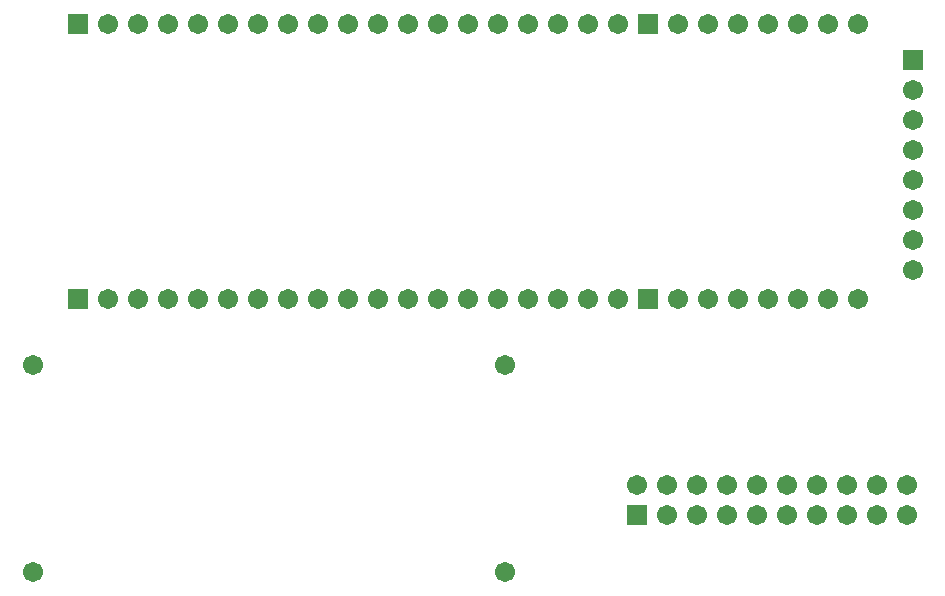
<source format=gbs>
G04*
G04 #@! TF.GenerationSoftware,Altium Limited,Altium Designer,20.0.13 (296)*
G04*
G04 Layer_Color=16711935*
%FSLAX25Y25*%
%MOIN*%
G70*
G01*
G75*
%ADD21C,0.06706*%
%ADD22R,0.06706X0.06706*%
%ADD23R,0.06706X0.06706*%
D21*
X392500Y235000D02*
D03*
X450000Y417500D02*
D03*
X460000D02*
D03*
X470000D02*
D03*
X480000D02*
D03*
X490000D02*
D03*
X500000D02*
D03*
X510000D02*
D03*
X260000D02*
D03*
X280000D02*
D03*
X290000D02*
D03*
X300000D02*
D03*
X310000D02*
D03*
X320000D02*
D03*
X330000D02*
D03*
X340000D02*
D03*
X270000D02*
D03*
X350000D02*
D03*
X360000D02*
D03*
X370000D02*
D03*
X380000D02*
D03*
X390000Y417500D02*
D03*
X400000Y417500D02*
D03*
X410000D02*
D03*
X420000D02*
D03*
X430000D02*
D03*
X528500Y335500D02*
D03*
Y345500D02*
D03*
Y355500D02*
D03*
Y365500D02*
D03*
Y375500D02*
D03*
Y385500D02*
D03*
Y395500D02*
D03*
X392500Y304000D02*
D03*
X235000Y235000D02*
D03*
Y304000D02*
D03*
X486500Y264000D02*
D03*
Y254000D02*
D03*
X466500Y264000D02*
D03*
Y254000D02*
D03*
X436500Y264000D02*
D03*
X446500Y254000D02*
D03*
Y264000D02*
D03*
X456500Y254000D02*
D03*
Y264000D02*
D03*
X476500D02*
D03*
Y254000D02*
D03*
X496500D02*
D03*
Y264000D02*
D03*
X506500Y254000D02*
D03*
X516500D02*
D03*
X526500D02*
D03*
Y264000D02*
D03*
X516500D02*
D03*
X506500D02*
D03*
X430000Y326000D02*
D03*
X420000D02*
D03*
X410000D02*
D03*
X400000D02*
D03*
X390000Y326000D02*
D03*
X380000Y326000D02*
D03*
X370000D02*
D03*
X360000D02*
D03*
X350000D02*
D03*
X270000D02*
D03*
X340000D02*
D03*
X330000D02*
D03*
X320000D02*
D03*
X310000D02*
D03*
X300000D02*
D03*
X290000D02*
D03*
X280000D02*
D03*
X260000D02*
D03*
X510000D02*
D03*
X500000D02*
D03*
X490000D02*
D03*
X480000D02*
D03*
X470000D02*
D03*
X460000D02*
D03*
X450000D02*
D03*
D22*
X440000Y417500D02*
D03*
X250000D02*
D03*
X436500Y254000D02*
D03*
X250000Y326000D02*
D03*
X440000D02*
D03*
D23*
X528500Y405500D02*
D03*
M02*

</source>
